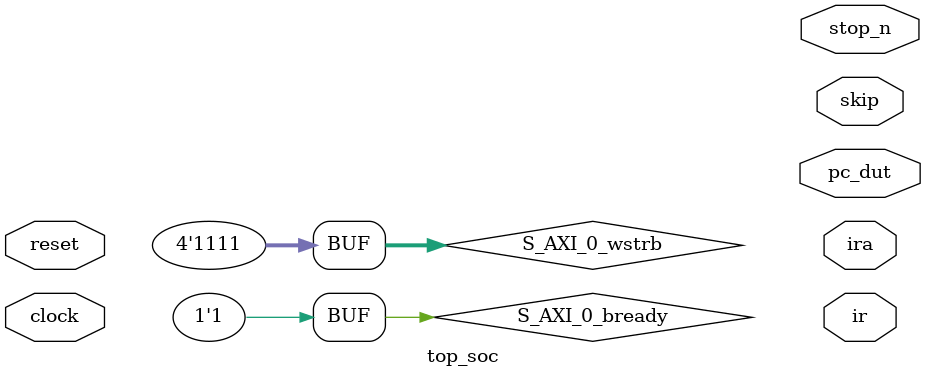
<source format=v>
module top_soc(
    input clock,
    input reset, 
    output [31:0 ]          ir,
    output [63:0 ]          ira,
    output                  stop_n,
    output                  skip,
    output [63:0]           pc_dut
);


    wire [31:0] S_AXI_0_araddr;
    wire S_AXI_0_arready;
    wire S_AXI_0_arvalid;
    
    wire [63:0] S_AXI_0_rdata;
    wire S_AXI_0_rvalid;
    wire S_AXI_0_rready;

    

    wire [31:0] S_AXI_0_awaddr;
    wire S_AXI_0_awready;
    wire S_AXI_0_awvalid;

    wire [63:0] S_AXI_0_wdata;
    wire S_AXI_0_wvalid;
    wire S_AXI_0_wready;
    wire [3:0]  S_AXI_0_wstrb;
    assign S_AXI_0_wstrb = 4'b1111;


    wire S_AXI_0_bready;
    assign S_AXI_0_bready = 1'b1;


ysyx_22050518 top(
    .clock(clock)
    ,.reset(~reset)

	,.io_master_araddr(io_master_araddr)
    ,.io_master_arvalid(io_master_arvalid)
    ,.io_master_arready(io_master_arready)

    ,.io_master_rvalid(io_master_rvalid)
    ,.io_master_rready(io_master_rready)
    ,.io_master_rdata(io_master_rdata)

    ,.io_master_awaddr(io_master_awaddr)
    ,.io_master_awready(io_master_awready)
    ,.io_master_awvalid(io_master_awvalid)

    ,.io_master_wdata(io_master_wdata)
    ,.io_master_wvalid(io_master_wvalid)
    ,.io_master_wready(io_master_wready)


	/*
	,.stop_n(stop_n)
    	,.skip(skip)
	,.pc_dut(pc_dut)
	
    	,.io_master_awready(io_master_awready)
	,.io_master_awvalid(io_master_awvalid)
	,.io_master_awid(io_master_awid)
	,.io_master_awaddr(io_master_awaddr)
	,.io_master_awlen(io_master_awlen)
	,.io_master_awsize(io_master_awsize)
	,.io_master_awburst(io_master_awburst)
	,.io_master_wready(io_master_wready)
	,.io_master_wvalid(io_master_wvalid)
	,.io_master_wdata(io_master_wdata)
	,.io_master_wstrb(io_master_wstrb)
	,.io_master_wlast(io_master_wlast)
	,.io_master_bready(io_master_bready)
	,.io_master_bvalid(io_master_bvalid)
	,.io_master_bid(io_master_bid)
	,.io_master_bresp(io_master_bresp)
	,.io_master_arready(io_master_arready)
	,.io_master_arvalid(io_master_arvalid)
	,.io_master_arid(io_master_arid)
	,.io_master_araddr(io_master_araddr)
	,.io_master_arlen(io_master_arlen)
	,.io_master_arsize(io_master_arsize)
	,.io_master_arburst(io_master_arburst)
	,.io_master_rready(io_master_rready)
	,.io_master_rvalid(io_master_rvalid)
	,.io_master_rid(io_master_rid)
	,.io_master_rresp(io_master_rresp)
	,.io_master_rdata(io_master_rdata)
	,.io_master_rlast(io_master_rlast)

	,.io_sram0_addr         (io_sram0_addr)
        ,.io_sram0_cen          (io_sram0_cen)
        ,.io_sram0_wen          (io_sram0_wen)
        ,.io_sram0_wmask        (io_sram0_wmask)
        ,.io_sram0_wdata        (io_sram0_wdata)
        ,.io_sram0_rdata        (io_sram0_rdata)

        ,.io_sram1_addr         (io_sram1_addr)
        ,.io_sram1_cen          (io_sram1_cen)
        ,.io_sram1_wen          (io_sram1_wen)
        ,.io_sram1_wmask        (io_sram1_wmask)
        ,.io_sram1_wdata        (io_sram1_wdata)
        ,.io_sram1_rdata        (io_sram1_rdata)

        ,.io_sram2_addr         (io_sram2_addr)
        ,.io_sram2_cen          (io_sram2_cen)
        ,.io_sram2_wen          (io_sram2_wen)
        ,.io_sram2_wmask        (io_sram2_wmask)
        ,.io_sram2_wdata        (io_sram2_wdata)
        ,.io_sram2_rdata        (io_sram2_rdata)

        ,.io_sram3_addr         (io_sram3_addr)
        ,.io_sram3_cen          (io_sram3_cen)
        ,.io_sram3_wen          (io_sram3_wen)
        ,.io_sram3_wmask        (io_sram3_wmask)
        ,.io_sram3_wdata        (io_sram3_wdata)
        ,.io_sram3_rdata        (io_sram3_rdata)

        ,.io_sram4_addr         (io_sram4_addr)
        ,.io_sram4_cen          (io_sram4_cen)
        ,.io_sram4_wen          (io_sram4_wen)
        ,.io_sram4_wmask        (io_sram4_wmask)
        ,.io_sram4_wdata        (io_sram4_wdata)
        ,.io_sram4_rdata        (io_sram4_rdata)

        ,.io_sram5_addr         (io_sram5_addr)
        ,.io_sram5_cen          (io_sram5_cen)
        ,.io_sram5_wen          (io_sram5_wen)
        ,.io_sram5_wmask        (io_sram5_wmask)
        ,.io_sram5_wdata        (io_sram5_wdata)
        ,.io_sram5_rdata        (io_sram5_rdata)

        ,.io_sram6_addr         (io_sram6_addr)
        ,.io_sram6_cen          (io_sram6_cen)
        ,.io_sram6_wen          (io_sram6_wen)
        ,.io_sram6_wmask        (io_sram6_wmask)
        ,.io_sram6_wdata        (io_sram6_wdata)
        ,.io_sram6_rdata        (io_sram6_rdata)

        ,.io_sram7_addr         (io_sram7_addr)
        ,.io_sram7_cen          (io_sram7_cen)
        ,.io_sram7_wen          (io_sram7_wen)
        ,.io_sram7_wmask        (io_sram7_wmask)
        ,.io_sram7_wdata        (io_sram7_wdata)
        ,.io_sram7_rdata        (io_sram7_rdata)

		*/	
    
);

    wire[5:0] 	    io_sram0_addr;			
	wire 	        io_sram0_cen;
	wire 	        io_sram0_wen;
	wire[127:0] 	io_sram0_wmask;
	wire[127:0] 	io_sram0_wdata;
	wire[127:0] 	io_sram0_rdata;
	wire[5:0] 	    io_sram1_addr;
	wire 	        io_sram1_cen;
	wire 	        io_sram1_wen;
	wire[127:0] 	io_sram1_wmask;
	wire[127:0] 	io_sram1_wdata;
	wire[127:0] 	io_sram1_rdata;
	wire[5:0] 	    io_sram2_addr;
	wire 	        io_sram2_cen;
	wire 	        io_sram2_wen;
	wire[127:0] 	io_sram2_wmask;
	wire[127:0] 	io_sram2_wdata;
	wire[127:0] 	io_sram2_rdata;
	wire[5:0] 	    io_sram3_addr;
	wire 	        io_sram3_cen;
	wire 	        io_sram3_wen;
	wire[127:0] 	io_sram3_wmask;
	wire[127:0] 	io_sram3_wdata;
	wire[127:0] 	io_sram3_rdata;
	wire[5:0] 	    io_sram4_addr;
	wire 	        io_sram4_cen;
	wire 	        io_sram4_wen;
	wire[127:0] 	io_sram4_wmask;
	wire[127:0] 	io_sram4_wdata;
	wire[127:0] 	io_sram4_rdata;
	wire[5:0] 	    io_sram5_addr;
	wire 	        io_sram5_cen;
	wire 	        io_sram5_wen;
	wire[127:0] 	io_sram5_wmask;
	wire[127:0] 	io_sram5_wdata;
	wire[127:0] 	io_sram5_rdata;			
	wire[5:0] 	    io_sram6_addr;
	wire 	        io_sram6_cen;
	wire 	        io_sram6_wen;
	wire[127:0] 	io_sram6_wmask;
	wire[127:0] 	io_sram6_wdata;
	wire[127:0] 	io_sram6_rdata;
	wire[5:0] 	    io_sram7_addr;
	wire 	        io_sram7_cen;
	wire 	        io_sram7_wen;
	wire[127:0] 	io_sram7_wmask;
	wire[127:0] 	io_sram7_wdata;
	wire[127:0] 	io_sram7_rdata;


    wire  	        io_master_awready;
	wire   	        io_master_awvalid;
	wire  [3:0] 	io_master_awid;
	wire  [31:0] 	io_master_awaddr;
	wire  [7:0] 	io_master_awlen;
	wire  [2:0] 	io_master_awsize;
	wire  [1:0] 	io_master_awburst;

	wire  	        io_master_wready;
	wire   	        io_master_wvalid;
	wire  [63:0] 	io_master_wdata;
	wire  [3:0] 	io_master_wstrb;
	wire   	        io_master_wlast;

	wire   	        io_master_bready;
	wire  	        io_master_bvalid;
	wire [3:0] 	    io_master_bid;
	wire [1:0] 	    io_master_bresp;

	wire  	        io_master_arready;
	wire   	        io_master_arvalid;
	wire  [3:0] 	io_master_arid;
	wire  [31:0] 	io_master_araddr;
	wire  [7:0] 	io_master_arlen;
	wire  [2:0] 	io_master_arsize;
	wire  [1:0] 	io_master_arburst;

	wire   	        io_master_rready;
	wire  	        io_master_rvalid;
	wire [3:0] 	    io_master_rid;
	wire [1:0] 	    io_master_rresp;
	wire [63:0] 	io_master_rdata;
	wire  	        io_master_rlast;
/*
S011HD1P_X32Y2D128_BW sram0(
	.Q		(io_sram0_rdata)
	,.CLK	(clock)
	,.CEN	(io_sram0_cen)
	,.WEN	(io_sram0_wen)
	,.BWEN	(io_sram0_wmask)
	,.A		(io_sram0_addr)
	,.D		(io_sram0_wdata)
);

S011HD1P_X32Y2D128_BW sram1(
	.Q		(io_sram1_rdata)
	,.CLK	(clock)
	,.CEN	(io_sram1_cen)
	,.WEN	(io_sram1_wen)
	,.BWEN	(io_sram1_wmask)
	,.A		(io_sram1_addr)
	,.D		(io_sram1_wdata)
);
S011HD1P_X32Y2D128_BW sram2(
	.Q		(io_sram2_rdata)
	,.CLK	(clock)
	,.CEN	(io_sram2_cen)
	,.WEN	(io_sram2_wen)
	,.BWEN	(io_sram2_wmask)
	,.A		(io_sram2_addr)
	,.D		(io_sram2_wdata)
);
S011HD1P_X32Y2D128_BW sram3(
	.Q		(io_sram3_rdata)
	,.CLK	(clock)
	,.CEN	(io_sram3_cen)
	,.WEN	(io_sram3_wen)
	,.BWEN	(io_sram3_wmask)
	,.A		(io_sram3_addr)
	,.D		(io_sram3_wdata)
);
S011HD1P_X32Y2D128_BW sram4(
	.Q		(io_sram4_rdata)
	,.CLK	(clock)
	,.CEN	(io_sram4_cen)
	,.WEN	(io_sram4_wen)
	,.BWEN	(io_sram4_wmask)
	,.A		(io_sram4_addr)
	,.D		(io_sram4_wdata)
);
S011HD1P_X32Y2D128_BW sram5(
	.Q		(io_sram5_rdata)
	,.CLK	(clock)
	,.CEN	(io_sram5_cen)
	,.WEN	(io_sram5_wen)
	,.BWEN	(io_sram5_wmask)
	,.A		(io_sram5_addr)
	,.D		(io_sram5_wdata)
);
S011HD1P_X32Y2D128_BW sram6(
	.Q		(io_sram6_rdata)
	,.CLK	(clock)
	,.CEN	(io_sram6_cen)
	,.WEN	(io_sram6_wen)
	,.BWEN	(io_sram6_wmask)
	,.A		(io_sram6_addr)
	,.D		(io_sram6_wdata)
);
S011HD1P_X32Y2D128_BW sram7(
	.Q		(io_sram7_rdata)
	,.CLK	(clock)
	,.CEN	(io_sram7_cen)
	,.WEN	(io_sram7_wen)
	,.BWEN	(io_sram7_wmask)
	,.A		(io_sram7_addr)
	,.D		(io_sram7_wdata)
);
*/
myip_v1_0_S00_AXI myip_v1_0_S00_AXI_inst (
		.S_AXI_ACLK(clock),
		.S_AXI_ARESETN(~reset),
		
		.S_AXI_AWADDR({32'b0,io_master_awaddr}),
		.S_AXI_AWPROT(),
		.S_AXI_AWVALID(io_master_awvalid),
		.S_AXI_AWREADY(io_master_awready),
        .S_AXI_AWID(io_master_awid),

		.S_AXI_WDATA(io_master_wdata[31:0]),
		.S_AXI_WSTRB(io_master_wstrb),
		.S_AXI_WVALID(io_master_wvalid),
		.S_AXI_WREADY(io_master_wready),

		.S_AXI_BRESP(io_master_bresp),
		.S_AXI_BVALID(io_master_bvalid),
		.S_AXI_BREADY(1'b1),
		.S_AXI_BID(io_master_bid),

		.S_AXI_ARADDR({32'b0,io_master_araddr}),
		.S_AXI_ARPROT(),
		.S_AXI_ARVALID(io_master_arvalid),
		.S_AXI_ARREADY(io_master_arready),
        .S_AXI_ARID(io_master_arid),


		.S_AXI_RDATA(io_master_rdata[31:0]),
		.S_AXI_RRESP(io_master_rresp),
		.S_AXI_RVALID(io_master_rvalid),
		.S_AXI_RREADY(io_master_rready),
        .S_AXI_RID(io_master_rid)
	);


endmodule

</source>
